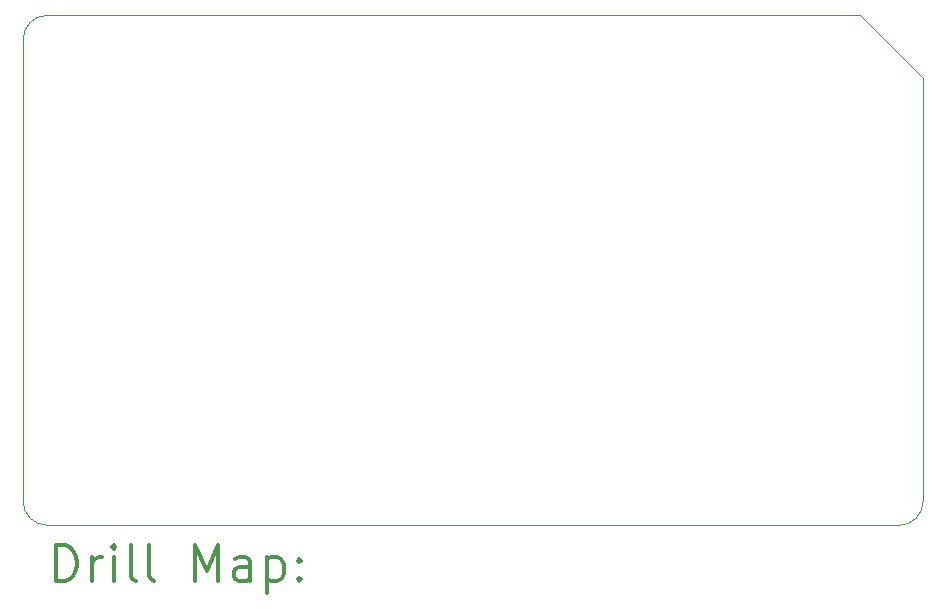
<source format=gbr>
%FSLAX45Y45*%
G04 Gerber Fmt 4.5, Leading zero omitted, Abs format (unit mm)*
G04 Created by KiCad (PCBNEW (5.1.12-1-10_14)) date 2022-01-05 16:58:01*
%MOMM*%
%LPD*%
G01*
G04 APERTURE LIST*
%TA.AperFunction,Profile*%
%ADD10C,0.050000*%
%TD*%
%TA.AperFunction,Profile*%
%ADD11C,0.100000*%
%TD*%
%ADD12C,0.200000*%
%ADD13C,0.300000*%
G04 APERTURE END LIST*
D10*
X17678400Y-8013700D02*
X17145000Y-7480300D01*
X17678400Y-11595100D02*
G75*
G02*
X17475200Y-11798300I-203200J0D01*
G01*
X10261600Y-11798300D02*
G75*
G02*
X10058400Y-11595100I0J203200D01*
G01*
D11*
X10058400Y-11595100D02*
X10058400Y-7683500D01*
D10*
X10058400Y-7683500D02*
G75*
G02*
X10261600Y-7480300I203200J0D01*
G01*
D11*
X17475200Y-11798300D02*
X10261600Y-11798300D01*
X17678400Y-8013700D02*
X17678400Y-11595100D01*
X10261600Y-7480300D02*
X17145000Y-7480300D01*
D12*
D13*
X10339828Y-12269014D02*
X10339828Y-11969014D01*
X10411257Y-11969014D01*
X10454114Y-11983300D01*
X10482686Y-12011871D01*
X10496971Y-12040443D01*
X10511257Y-12097586D01*
X10511257Y-12140443D01*
X10496971Y-12197586D01*
X10482686Y-12226157D01*
X10454114Y-12254729D01*
X10411257Y-12269014D01*
X10339828Y-12269014D01*
X10639828Y-12269014D02*
X10639828Y-12069014D01*
X10639828Y-12126157D02*
X10654114Y-12097586D01*
X10668400Y-12083300D01*
X10696971Y-12069014D01*
X10725543Y-12069014D01*
X10825543Y-12269014D02*
X10825543Y-12069014D01*
X10825543Y-11969014D02*
X10811257Y-11983300D01*
X10825543Y-11997586D01*
X10839828Y-11983300D01*
X10825543Y-11969014D01*
X10825543Y-11997586D01*
X11011257Y-12269014D02*
X10982686Y-12254729D01*
X10968400Y-12226157D01*
X10968400Y-11969014D01*
X11168400Y-12269014D02*
X11139828Y-12254729D01*
X11125543Y-12226157D01*
X11125543Y-11969014D01*
X11511257Y-12269014D02*
X11511257Y-11969014D01*
X11611257Y-12183300D01*
X11711257Y-11969014D01*
X11711257Y-12269014D01*
X11982686Y-12269014D02*
X11982686Y-12111871D01*
X11968400Y-12083300D01*
X11939828Y-12069014D01*
X11882686Y-12069014D01*
X11854114Y-12083300D01*
X11982686Y-12254729D02*
X11954114Y-12269014D01*
X11882686Y-12269014D01*
X11854114Y-12254729D01*
X11839828Y-12226157D01*
X11839828Y-12197586D01*
X11854114Y-12169014D01*
X11882686Y-12154729D01*
X11954114Y-12154729D01*
X11982686Y-12140443D01*
X12125543Y-12069014D02*
X12125543Y-12369014D01*
X12125543Y-12083300D02*
X12154114Y-12069014D01*
X12211257Y-12069014D01*
X12239828Y-12083300D01*
X12254114Y-12097586D01*
X12268400Y-12126157D01*
X12268400Y-12211871D01*
X12254114Y-12240443D01*
X12239828Y-12254729D01*
X12211257Y-12269014D01*
X12154114Y-12269014D01*
X12125543Y-12254729D01*
X12396971Y-12240443D02*
X12411257Y-12254729D01*
X12396971Y-12269014D01*
X12382686Y-12254729D01*
X12396971Y-12240443D01*
X12396971Y-12269014D01*
X12396971Y-12083300D02*
X12411257Y-12097586D01*
X12396971Y-12111871D01*
X12382686Y-12097586D01*
X12396971Y-12083300D01*
X12396971Y-12111871D01*
M02*

</source>
